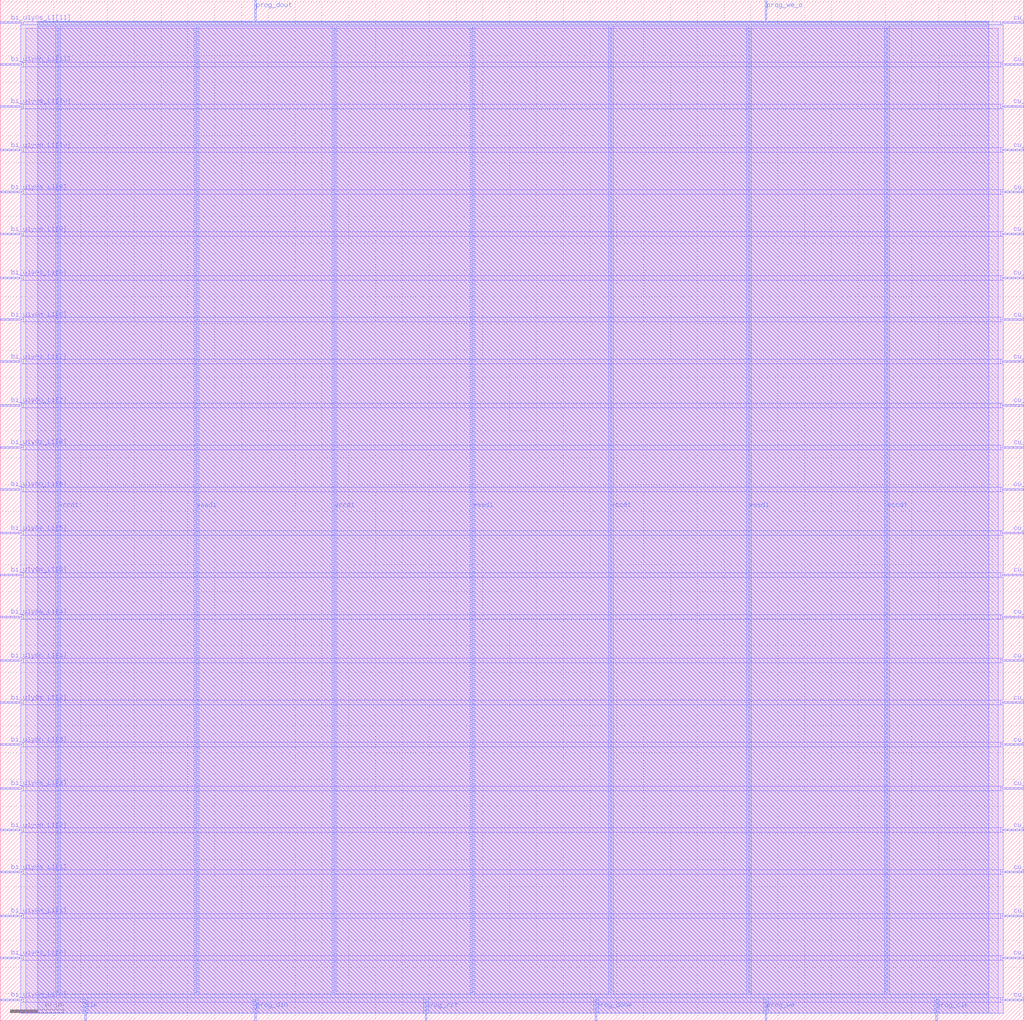
<source format=lef>
VERSION 5.7 ;
  NOWIREEXTENSIONATPIN ON ;
  DIVIDERCHAR "/" ;
  BUSBITCHARS "[]" ;
MACRO tile_clb
  CLASS BLOCK ;
  FOREIGN tile_clb ;
  ORIGIN 0.000 0.000 ;
  SIZE 190.900 BY 190.400 ;
  PIN bi_u1y0n_L1[0]
    DIRECTION INPUT ;
    USE SIGNAL ;
    PORT
      LAYER met1 ;
        RECT 0.000 3.770 4.000 4.050 ;
    END
  END bi_u1y0n_L1[0]
  PIN bi_u1y0n_L1[10]
    DIRECTION INPUT ;
    USE SIGNAL ;
    PORT
      LAYER met1 ;
        RECT 0.000 162.210 4.000 162.490 ;
    END
  END bi_u1y0n_L1[10]
  PIN bi_u1y0n_L1[11]
    DIRECTION INPUT ;
    USE SIGNAL ;
    PORT
      LAYER met1 ;
        RECT 0.000 178.190 4.000 178.470 ;
    END
  END bi_u1y0n_L1[11]
  PIN bi_u1y0n_L1[1]
    DIRECTION INPUT ;
    USE SIGNAL ;
    PORT
      LAYER met1 ;
        RECT 0.000 19.410 4.000 19.690 ;
    END
  END bi_u1y0n_L1[1]
  PIN bi_u1y0n_L1[2]
    DIRECTION INPUT ;
    USE SIGNAL ;
    PORT
      LAYER met1 ;
        RECT 0.000 35.390 4.000 35.670 ;
    END
  END bi_u1y0n_L1[2]
  PIN bi_u1y0n_L1[3]
    DIRECTION INPUT ;
    USE SIGNAL ;
    PORT
      LAYER met1 ;
        RECT 0.000 51.370 4.000 51.650 ;
    END
  END bi_u1y0n_L1[3]
  PIN bi_u1y0n_L1[4]
    DIRECTION INPUT ;
    USE SIGNAL ;
    PORT
      LAYER met1 ;
        RECT 0.000 67.010 4.000 67.290 ;
    END
  END bi_u1y0n_L1[4]
  PIN bi_u1y0n_L1[5]
    DIRECTION INPUT ;
    USE SIGNAL ;
    PORT
      LAYER met1 ;
        RECT 0.000 82.990 4.000 83.270 ;
    END
  END bi_u1y0n_L1[5]
  PIN bi_u1y0n_L1[6]
    DIRECTION INPUT ;
    USE SIGNAL ;
    PORT
      LAYER met1 ;
        RECT 0.000 98.970 4.000 99.250 ;
    END
  END bi_u1y0n_L1[6]
  PIN bi_u1y0n_L1[7]
    DIRECTION INPUT ;
    USE SIGNAL ;
    PORT
      LAYER met1 ;
        RECT 0.000 114.610 4.000 114.890 ;
    END
  END bi_u1y0n_L1[7]
  PIN bi_u1y0n_L1[8]
    DIRECTION INPUT ;
    USE SIGNAL ;
    PORT
      LAYER met1 ;
        RECT 0.000 130.590 4.000 130.870 ;
    END
  END bi_u1y0n_L1[8]
  PIN bi_u1y0n_L1[9]
    DIRECTION INPUT ;
    USE SIGNAL ;
    PORT
      LAYER met1 ;
        RECT 0.000 146.570 4.000 146.850 ;
    END
  END bi_u1y0n_L1[9]
  PIN bi_u1y0s_L1[0]
    DIRECTION INPUT ;
    USE SIGNAL ;
    PORT
      LAYER met1 ;
        RECT 0.000 11.590 4.000 11.870 ;
    END
  END bi_u1y0s_L1[0]
  PIN bi_u1y0s_L1[10]
    DIRECTION INPUT ;
    USE SIGNAL ;
    PORT
      LAYER met1 ;
        RECT 0.000 170.370 4.000 170.650 ;
    END
  END bi_u1y0s_L1[10]
  PIN bi_u1y0s_L1[11]
    DIRECTION INPUT ;
    USE SIGNAL ;
    PORT
      LAYER met1 ;
        RECT 0.000 186.010 4.000 186.290 ;
    END
  END bi_u1y0s_L1[11]
  PIN bi_u1y0s_L1[1]
    DIRECTION INPUT ;
    USE SIGNAL ;
    PORT
      LAYER met1 ;
        RECT 0.000 27.570 4.000 27.850 ;
    END
  END bi_u1y0s_L1[1]
  PIN bi_u1y0s_L1[2]
    DIRECTION INPUT ;
    USE SIGNAL ;
    PORT
      LAYER met1 ;
        RECT 0.000 43.210 4.000 43.490 ;
    END
  END bi_u1y0s_L1[2]
  PIN bi_u1y0s_L1[3]
    DIRECTION INPUT ;
    USE SIGNAL ;
    PORT
      LAYER met1 ;
        RECT 0.000 59.190 4.000 59.470 ;
    END
  END bi_u1y0s_L1[3]
  PIN bi_u1y0s_L1[4]
    DIRECTION INPUT ;
    USE SIGNAL ;
    PORT
      LAYER met1 ;
        RECT 0.000 75.170 4.000 75.450 ;
    END
  END bi_u1y0s_L1[4]
  PIN bi_u1y0s_L1[5]
    DIRECTION INPUT ;
    USE SIGNAL ;
    PORT
      LAYER met1 ;
        RECT 0.000 90.810 4.000 91.090 ;
    END
  END bi_u1y0s_L1[5]
  PIN bi_u1y0s_L1[6]
    DIRECTION INPUT ;
    USE SIGNAL ;
    PORT
      LAYER met1 ;
        RECT 0.000 106.790 4.000 107.070 ;
    END
  END bi_u1y0s_L1[6]
  PIN bi_u1y0s_L1[7]
    DIRECTION INPUT ;
    USE SIGNAL ;
    PORT
      LAYER met1 ;
        RECT 0.000 122.770 4.000 123.050 ;
    END
  END bi_u1y0s_L1[7]
  PIN bi_u1y0s_L1[8]
    DIRECTION INPUT ;
    USE SIGNAL ;
    PORT
      LAYER met1 ;
        RECT 0.000 138.410 4.000 138.690 ;
    END
  END bi_u1y0s_L1[8]
  PIN bi_u1y0s_L1[9]
    DIRECTION INPUT ;
    USE SIGNAL ;
    PORT
      LAYER met1 ;
        RECT 0.000 154.390 4.000 154.670 ;
    END
  END bi_u1y0s_L1[9]
  PIN clk
    DIRECTION INPUT ;
    USE SIGNAL ;
    PORT
      LAYER met2 ;
        RECT 15.730 0.000 16.010 4.000 ;
    END
  END clk
  PIN cu_x0y0n_L1[0]
    DIRECTION OUTPUT TRISTATE ;
    USE SIGNAL ;
    PORT
      LAYER met1 ;
        RECT 186.900 3.770 190.900 4.050 ;
    END
  END cu_x0y0n_L1[0]
  PIN cu_x0y0n_L1[10]
    DIRECTION OUTPUT TRISTATE ;
    USE SIGNAL ;
    PORT
      LAYER met1 ;
        RECT 186.900 162.210 190.900 162.490 ;
    END
  END cu_x0y0n_L1[10]
  PIN cu_x0y0n_L1[11]
    DIRECTION OUTPUT TRISTATE ;
    USE SIGNAL ;
    PORT
      LAYER met1 ;
        RECT 186.900 178.190 190.900 178.470 ;
    END
  END cu_x0y0n_L1[11]
  PIN cu_x0y0n_L1[1]
    DIRECTION OUTPUT TRISTATE ;
    USE SIGNAL ;
    PORT
      LAYER met1 ;
        RECT 186.900 19.410 190.900 19.690 ;
    END
  END cu_x0y0n_L1[1]
  PIN cu_x0y0n_L1[2]
    DIRECTION OUTPUT TRISTATE ;
    USE SIGNAL ;
    PORT
      LAYER met1 ;
        RECT 186.900 35.390 190.900 35.670 ;
    END
  END cu_x0y0n_L1[2]
  PIN cu_x0y0n_L1[3]
    DIRECTION OUTPUT TRISTATE ;
    USE SIGNAL ;
    PORT
      LAYER met1 ;
        RECT 186.900 51.370 190.900 51.650 ;
    END
  END cu_x0y0n_L1[3]
  PIN cu_x0y0n_L1[4]
    DIRECTION OUTPUT TRISTATE ;
    USE SIGNAL ;
    PORT
      LAYER met1 ;
        RECT 186.900 67.010 190.900 67.290 ;
    END
  END cu_x0y0n_L1[4]
  PIN cu_x0y0n_L1[5]
    DIRECTION OUTPUT TRISTATE ;
    USE SIGNAL ;
    PORT
      LAYER met1 ;
        RECT 186.900 82.990 190.900 83.270 ;
    END
  END cu_x0y0n_L1[5]
  PIN cu_x0y0n_L1[6]
    DIRECTION OUTPUT TRISTATE ;
    USE SIGNAL ;
    PORT
      LAYER met1 ;
        RECT 186.900 98.970 190.900 99.250 ;
    END
  END cu_x0y0n_L1[6]
  PIN cu_x0y0n_L1[7]
    DIRECTION OUTPUT TRISTATE ;
    USE SIGNAL ;
    PORT
      LAYER met1 ;
        RECT 186.900 114.610 190.900 114.890 ;
    END
  END cu_x0y0n_L1[7]
  PIN cu_x0y0n_L1[8]
    DIRECTION OUTPUT TRISTATE ;
    USE SIGNAL ;
    PORT
      LAYER met1 ;
        RECT 186.900 130.590 190.900 130.870 ;
    END
  END cu_x0y0n_L1[8]
  PIN cu_x0y0n_L1[9]
    DIRECTION OUTPUT TRISTATE ;
    USE SIGNAL ;
    PORT
      LAYER met1 ;
        RECT 186.900 146.570 190.900 146.850 ;
    END
  END cu_x0y0n_L1[9]
  PIN cu_x0y0s_L1[0]
    DIRECTION OUTPUT TRISTATE ;
    USE SIGNAL ;
    PORT
      LAYER met1 ;
        RECT 186.900 11.590 190.900 11.870 ;
    END
  END cu_x0y0s_L1[0]
  PIN cu_x0y0s_L1[10]
    DIRECTION OUTPUT TRISTATE ;
    USE SIGNAL ;
    PORT
      LAYER met1 ;
        RECT 186.900 170.370 190.900 170.650 ;
    END
  END cu_x0y0s_L1[10]
  PIN cu_x0y0s_L1[11]
    DIRECTION OUTPUT TRISTATE ;
    USE SIGNAL ;
    PORT
      LAYER met1 ;
        RECT 186.900 186.010 190.900 186.290 ;
    END
  END cu_x0y0s_L1[11]
  PIN cu_x0y0s_L1[1]
    DIRECTION OUTPUT TRISTATE ;
    USE SIGNAL ;
    PORT
      LAYER met1 ;
        RECT 186.900 27.570 190.900 27.850 ;
    END
  END cu_x0y0s_L1[1]
  PIN cu_x0y0s_L1[2]
    DIRECTION OUTPUT TRISTATE ;
    USE SIGNAL ;
    PORT
      LAYER met1 ;
        RECT 186.900 43.210 190.900 43.490 ;
    END
  END cu_x0y0s_L1[2]
  PIN cu_x0y0s_L1[3]
    DIRECTION OUTPUT TRISTATE ;
    USE SIGNAL ;
    PORT
      LAYER met1 ;
        RECT 186.900 59.190 190.900 59.470 ;
    END
  END cu_x0y0s_L1[3]
  PIN cu_x0y0s_L1[4]
    DIRECTION OUTPUT TRISTATE ;
    USE SIGNAL ;
    PORT
      LAYER met1 ;
        RECT 186.900 75.170 190.900 75.450 ;
    END
  END cu_x0y0s_L1[4]
  PIN cu_x0y0s_L1[5]
    DIRECTION OUTPUT TRISTATE ;
    USE SIGNAL ;
    PORT
      LAYER met1 ;
        RECT 186.900 90.810 190.900 91.090 ;
    END
  END cu_x0y0s_L1[5]
  PIN cu_x0y0s_L1[6]
    DIRECTION OUTPUT TRISTATE ;
    USE SIGNAL ;
    PORT
      LAYER met1 ;
        RECT 186.900 106.790 190.900 107.070 ;
    END
  END cu_x0y0s_L1[6]
  PIN cu_x0y0s_L1[7]
    DIRECTION OUTPUT TRISTATE ;
    USE SIGNAL ;
    PORT
      LAYER met1 ;
        RECT 186.900 122.770 190.900 123.050 ;
    END
  END cu_x0y0s_L1[7]
  PIN cu_x0y0s_L1[8]
    DIRECTION OUTPUT TRISTATE ;
    USE SIGNAL ;
    PORT
      LAYER met1 ;
        RECT 186.900 138.410 190.900 138.690 ;
    END
  END cu_x0y0s_L1[8]
  PIN cu_x0y0s_L1[9]
    DIRECTION OUTPUT TRISTATE ;
    USE SIGNAL ;
    PORT
      LAYER met1 ;
        RECT 186.900 154.390 190.900 154.670 ;
    END
  END cu_x0y0s_L1[9]
  PIN prog_clk
    DIRECTION INPUT ;
    USE SIGNAL ;
    PORT
      LAYER met2 ;
        RECT 174.430 0.000 174.710 4.000 ;
    END
  END prog_clk
  PIN prog_din
    DIRECTION INPUT ;
    USE SIGNAL ;
    PORT
      LAYER met2 ;
        RECT 47.470 0.000 47.750 4.000 ;
    END
  END prog_din
  PIN prog_done
    DIRECTION INPUT ;
    USE SIGNAL ;
    PORT
      LAYER met2 ;
        RECT 110.950 0.000 111.230 4.000 ;
    END
  END prog_done
  PIN prog_dout
    DIRECTION OUTPUT TRISTATE ;
    USE SIGNAL ;
    PORT
      LAYER met2 ;
        RECT 47.470 186.400 47.750 190.400 ;
    END
  END prog_dout
  PIN prog_rst
    DIRECTION INPUT ;
    USE SIGNAL ;
    PORT
      LAYER met2 ;
        RECT 79.210 0.000 79.490 4.000 ;
    END
  END prog_rst
  PIN prog_we
    DIRECTION INPUT ;
    USE SIGNAL ;
    PORT
      LAYER met2 ;
        RECT 142.690 0.000 142.970 4.000 ;
    END
  END prog_we
  PIN prog_we_o
    DIRECTION OUTPUT TRISTATE ;
    USE SIGNAL ;
    PORT
      LAYER met2 ;
        RECT 142.690 186.400 142.970 190.400 ;
    END
  END prog_we_o
  PIN vccd1
    DIRECTION INPUT ;
    USE POWER ;
    PORT
      LAYER met2 ;
        RECT 10.670 5.200 10.950 185.200 ;
    END
    PORT
      LAYER met2 ;
        RECT 62.190 5.200 62.470 185.200 ;
    END
    PORT
      LAYER met2 ;
        RECT 113.710 5.200 113.990 185.200 ;
    END
    PORT
      LAYER met2 ;
        RECT 165.230 5.200 165.510 185.200 ;
    END
  END vccd1
  PIN vssd1
    DIRECTION INPUT ;
    USE GROUND ;
    PORT
      LAYER met2 ;
        RECT 36.430 5.200 36.710 185.200 ;
    END
    PORT
      LAYER met2 ;
        RECT 87.950 5.200 88.230 185.200 ;
    END
    PORT
      LAYER met2 ;
        RECT 139.470 5.200 139.750 185.200 ;
    END
  END vssd1
  OBS
      LAYER li1 ;
        RECT 4.745 1.445 186.155 185.045 ;
      LAYER met1 ;
        RECT 4.280 185.730 186.620 186.280 ;
        RECT 3.840 178.750 187.060 185.730 ;
        RECT 4.280 177.910 186.620 178.750 ;
        RECT 3.840 170.930 187.060 177.910 ;
        RECT 4.280 170.090 186.620 170.930 ;
        RECT 3.840 162.770 187.060 170.090 ;
        RECT 4.280 161.930 186.620 162.770 ;
        RECT 3.840 154.950 187.060 161.930 ;
        RECT 4.280 154.110 186.620 154.950 ;
        RECT 3.840 147.130 187.060 154.110 ;
        RECT 4.280 146.290 186.620 147.130 ;
        RECT 3.840 138.970 187.060 146.290 ;
        RECT 4.280 138.130 186.620 138.970 ;
        RECT 3.840 131.150 187.060 138.130 ;
        RECT 4.280 130.310 186.620 131.150 ;
        RECT 3.840 123.330 187.060 130.310 ;
        RECT 4.280 122.490 186.620 123.330 ;
        RECT 3.840 115.170 187.060 122.490 ;
        RECT 4.280 114.330 186.620 115.170 ;
        RECT 3.840 107.350 187.060 114.330 ;
        RECT 4.280 106.510 186.620 107.350 ;
        RECT 3.840 99.530 187.060 106.510 ;
        RECT 4.280 98.690 186.620 99.530 ;
        RECT 3.840 91.370 187.060 98.690 ;
        RECT 4.280 90.530 186.620 91.370 ;
        RECT 3.840 83.550 187.060 90.530 ;
        RECT 4.280 82.710 186.620 83.550 ;
        RECT 3.840 75.730 187.060 82.710 ;
        RECT 4.280 74.890 186.620 75.730 ;
        RECT 3.840 67.570 187.060 74.890 ;
        RECT 4.280 66.730 186.620 67.570 ;
        RECT 3.840 59.750 187.060 66.730 ;
        RECT 4.280 58.910 186.620 59.750 ;
        RECT 3.840 51.930 187.060 58.910 ;
        RECT 4.280 51.090 186.620 51.930 ;
        RECT 3.840 43.770 187.060 51.090 ;
        RECT 4.280 42.930 186.620 43.770 ;
        RECT 3.840 35.950 187.060 42.930 ;
        RECT 4.280 35.110 186.620 35.950 ;
        RECT 3.840 28.130 187.060 35.110 ;
        RECT 4.280 27.290 186.620 28.130 ;
        RECT 3.840 19.970 187.060 27.290 ;
        RECT 4.280 19.130 186.620 19.970 ;
        RECT 3.840 12.150 187.060 19.130 ;
        RECT 4.280 11.310 186.620 12.150 ;
        RECT 3.840 4.330 187.060 11.310 ;
        RECT 4.280 3.490 186.620 4.330 ;
        RECT 3.840 1.400 187.060 3.490 ;
      LAYER met2 ;
        RECT 7.000 186.120 47.190 186.400 ;
        RECT 48.030 186.120 142.410 186.400 ;
        RECT 143.250 186.120 184.360 186.400 ;
        RECT 7.000 185.480 184.360 186.120 ;
        RECT 7.000 4.920 10.390 185.480 ;
        RECT 11.230 4.920 36.150 185.480 ;
        RECT 36.990 4.920 61.910 185.480 ;
        RECT 62.750 4.920 87.670 185.480 ;
        RECT 88.510 4.920 113.430 185.480 ;
        RECT 114.270 4.920 139.190 185.480 ;
        RECT 140.030 4.920 164.950 185.480 ;
        RECT 165.790 4.920 184.360 185.480 ;
        RECT 7.000 4.280 184.360 4.920 ;
        RECT 7.000 1.370 15.450 4.280 ;
        RECT 16.290 1.370 47.190 4.280 ;
        RECT 48.030 1.370 78.930 4.280 ;
        RECT 79.770 1.370 110.670 4.280 ;
        RECT 111.510 1.370 142.410 4.280 ;
        RECT 143.250 1.370 174.150 4.280 ;
        RECT 174.990 1.370 184.360 4.280 ;
  END
END tile_clb
END LIBRARY


</source>
